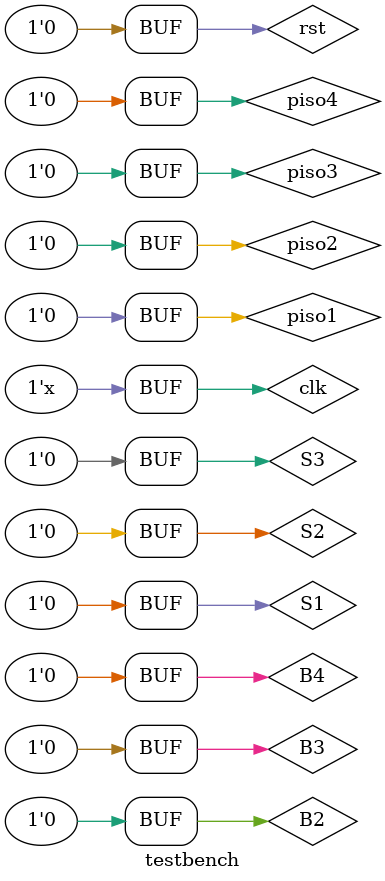
<source format=v>
`timescale 1ns / 1ps


module testbench;

	// Inputs
	reg clk;
	reg rst;
	reg piso1;
	reg piso2;
	reg piso3;
	reg piso4;
	reg S1;
	reg B2;
	reg S2;
	reg B3;
	reg S3;
	reg B4;

	// Outputs
	wire [7:0] DISPLAY;
	wire [3:0] ANODES;
	/*wire [1:0] piso;
	wire [1:0] accion;
	wire puertas;
	wire [3:0] contador_seg;
	wire [3:0] memoria_m;*/

	// Instantiate the Unit Under Test (UUT)
	maquina_estados uut (
		.clk(clk), 
		.rst(rst), 
		.piso1(piso1), 
		.piso2(piso2), 
		.piso3(piso3), 
		.piso4(piso4), 
		.S1(S1), 
		.B2(B2), 
		.S2(S2), 
		.B3(B3), 
		.S3(S3), 
		.B4(B4), 
		.DISPLAY(DISPLAY), 
		.ANODES(ANODES), 
/*		.piso(piso), 
		.accion(accion), 
		.puertas(puertas),
		.contador_seg(contador_seg),
		.memoria_m(memoria_m)*/
	);

	initial begin
		// Initialize Inputs
		clk = 0;
		rst = 0;
		piso1 = 0;
		piso2 = 0;
		piso3 = 0;
		piso4 = 0;
		S1 = 0;
		B2 = 0;
		S2 = 0;
		B3 = 0;
		S3 = 0;
		B4 = 0;

		// Wait 100 ns for global reset to finish
		#100;
				#10 rst = 1;
		#10 rst = 0;
		#10 piso2 = 1;
		#10 piso2 = 0;
        
		// Add stimulus here

	end
      
always
	begin
		#1 clk <= ~clk;
	end

        
		// Add stimulus here

      
endmodule


</source>
